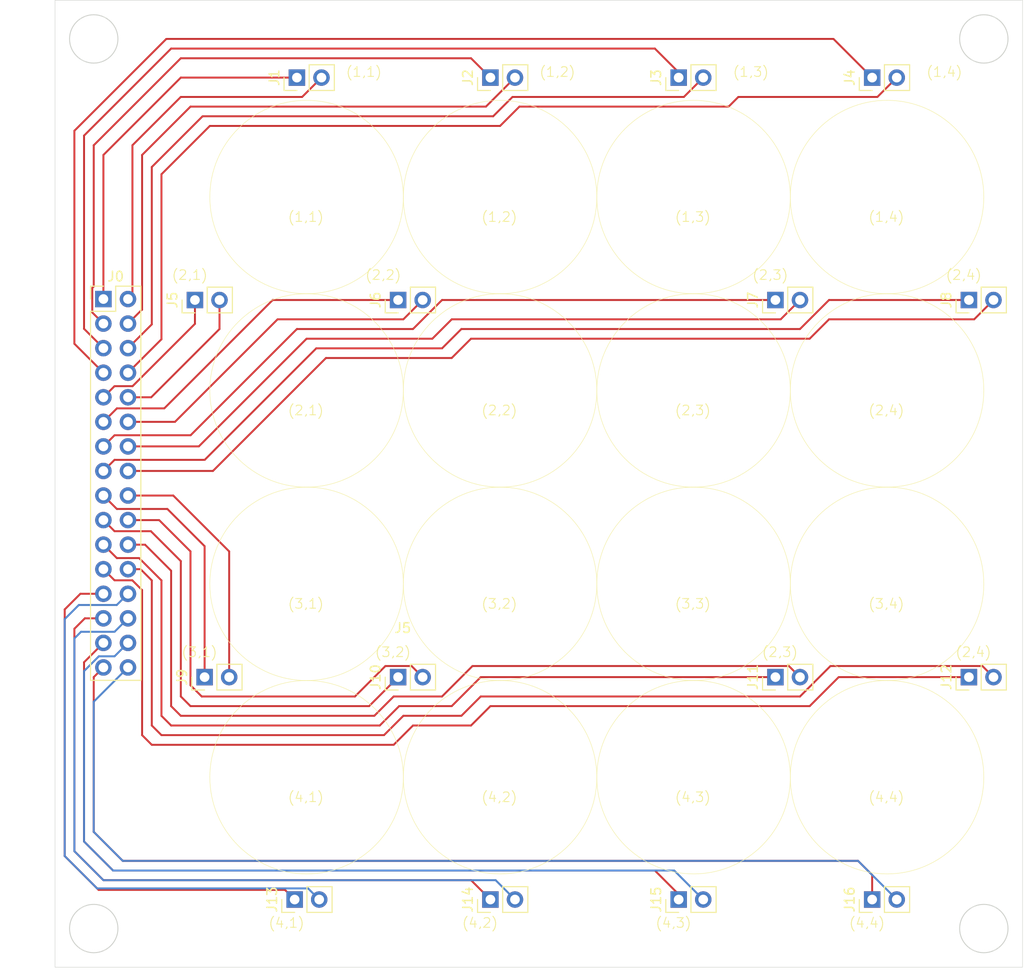
<source format=kicad_pcb>
(kicad_pcb (version 20240108) (generator "pcbnew") (generator_version "8.0")
  (layers (0 "F.Cu" signal) (31 "B.Cu" signal) (34 "B.Paste" user) (35 "F.Paste" user) (36 "B.SilkS" user "B.Silkscreen") (37 "F.SilkS" user "F.Silkscreen") (38 "B.Mask" user) (39 "F.Mask" user) (44 "Edge.Cuts" user))
  (net 0 "")
  (net 1 "Net-(J0-Pin_25)")
  (net 2 "Net-(J0-Pin_19)")
  (net 3 "Net-(J0-Pin_1)")
  (net 4 "Net-(J0-Pin_27)")
  (net 5 "Net-(J0-Pin_31)")
  (net 6 "Net-(J0-Pin_6)")
  (net 7 "Net-(J0-Pin_3)")
  (net 8 "Net-(J0-Pin_12)")
  (net 9 "Net-(J0-Pin_2)")
  (net 10 "Net-(J0-Pin_24)")
  (net 11 "Net-(J0-Pin_18)")
  (net 12 "Net-(J0-Pin_8)")
  (net 13 "Net-(J0-Pin_11)")
  (net 14 "Net-(J0-Pin_26)")
  (net 15 "Net-(J0-Pin_17)")
  (net 16 "Net-(J0-Pin_15)")
  (net 17 "Net-(J0-Pin_10)")
  (net 18 "Net-(J0-Pin_32)")
  (net 19 "Net-(J0-Pin_30)")
  (net 20 "Net-(J0-Pin_20)")
  (net 21 "Net-(J0-Pin_29)")
  (net 22 "Net-(J0-Pin_22)")
  (net 23 "Net-(J0-Pin_23)")
  (net 24 "Net-(J0-Pin_28)")
  (net 25 "Net-(J0-Pin_9)")
  (net 26 "Net-(J0-Pin_5)")
  (net 27 "Net-(J0-Pin_21)")
  (net 28 "Net-(J0-Pin_4)")
  (net 29 "Net-(J0-Pin_16)")
  (net 30 "Net-(J0-Pin_13)")
  (net 31 "Net-(J0-Pin_7)")
  (net 32 "Net-(J0-Pin_14)")
  (footprint "Connector_PinHeader_2.54mm:PinHeader_1x02_P2.54mm_Vertical" (layer "F.Cu") (at 225.46 125 90)
    (property "Reference" "J12" (at 0 -2.33 90) (layer "F.SilkS"))
    (property "Value" "Conn_01x02_Socket")
    (fp_line (start -1.33 -1.33) (end 0 -1.33) (stroke (width 0.12)) (layer "F.SilkS"))
    (fp_line (start -1.33 0) (end -1.33 -1.33) (stroke (width 0.12)) (layer "F.SilkS"))
    (fp_line (start 1.33 1.27) (end 1.33 3.87) (stroke (width 0.12)) (layer "F.SilkS"))
    (fp_line (start -1.33 1.27) (end 1.33 1.27) (stroke (width 0.12)) (layer "F.SilkS"))
    (fp_line (start -1.33 1.27) (end -1.33 3.87) (stroke (width 0.12)) (layer "F.SilkS"))
    (fp_line (start -1.33 3.87) (end 1.33 3.87) (stroke (width 0.12)) (layer "F.SilkS"))
    (pad "1" thru_hole rect (at 0 0 90) (size 1.7 1.7) (drill 1) (layers "*.Cu" "*.Mask") (net 23 "Net-(J0-Pin_23)"))
    (pad "2" thru_hole oval (at 0 2.54 90) (size 1.7 1.7) (drill 1) (layers "*.Cu" "*.Mask") (net 10 "Net-(J0-Pin_24)"))
  )
  (footprint "Connector_PinHeader_2.54mm:PinHeader_1x02_P2.54mm_Vertical" (layer "F.Cu") (at 166.46 86 90)
    (property "Reference" "J6" (at 0 -2.33 90) (layer "F.SilkS"))
    (property "Value" "Conn_01x02_Socket")
    (fp_line (start -1.33 -1.33) (end 0 -1.33) (stroke (width 0.12)) (layer "F.SilkS"))
    (fp_line (start -1.33 0) (end -1.33 -1.33) (stroke (width 0.12)) (layer "F.SilkS"))
    (fp_line (start 1.33 1.27) (end 1.33 3.87) (stroke (width 0.12)) (layer "F.SilkS"))
    (fp_line (start -1.33 1.27) (end 1.33 1.27) (stroke (width 0.12)) (layer "F.SilkS"))
    (fp_line (start -1.33 1.27) (end -1.33 3.87) (stroke (width 0.12)) (layer "F.SilkS"))
    (fp_line (start -1.33 3.87) (end 1.33 3.87) (stroke (width 0.12)) (layer "F.SilkS"))
    (pad "1" thru_hole rect (at 0 0 90) (size 1.7 1.7) (drill 1) (layers "*.Cu" "*.Mask") (net 13 "Net-(J0-Pin_11)"))
    (pad "2" thru_hole oval (at 0 2.54 90) (size 1.7 1.7) (drill 1) (layers "*.Cu" "*.Mask") (net 8 "Net-(J0-Pin_12)"))
  )
  (footprint "Connector_PinHeader_2.54mm:PinHeader_1x02_P2.54mm_Vertical" (layer "F.Cu") (at 145.46 86 90)
    (property "Reference" "J5" (at 0 -2.33 90) (layer "F.SilkS"))
    (property "Value" "Conn_01x02_Socket")
    (fp_line (start -1.33 -1.33) (end 0 -1.33) (stroke (width 0.12)) (layer "F.SilkS"))
    (fp_line (start -1.33 0) (end -1.33 -1.33) (stroke (width 0.12)) (layer "F.SilkS"))
    (fp_line (start 1.33 1.27) (end 1.33 3.87) (stroke (width 0.12)) (layer "F.SilkS"))
    (fp_line (start -1.33 1.27) (end 1.33 1.27) (stroke (width 0.12)) (layer "F.SilkS"))
    (fp_line (start -1.33 1.27) (end -1.33 3.87) (stroke (width 0.12)) (layer "F.SilkS"))
    (fp_line (start -1.33 3.87) (end 1.33 3.87) (stroke (width 0.12)) (layer "F.SilkS"))
    (pad "1" thru_hole rect (at 0 0 90) (size 1.7 1.7) (drill 1) (layers "*.Cu" "*.Mask") (net 25 "Net-(J0-Pin_9)"))
    (pad "2" thru_hole oval (at 0 2.54 90) (size 1.7 1.7) (drill 1) (layers "*.Cu" "*.Mask") (net 17 "Net-(J0-Pin_10)"))
  )
  (footprint "Connector_PinHeader_2.54mm:PinHeader_1x02_P2.54mm_Vertical" (layer "F.Cu") (at 215.46 148 90)
    (property "Reference" "J16" (at 0 -2.33 90) (layer "F.SilkS"))
    (property "Value" "Conn_01x02_Socket")
    (fp_line (start -1.33 -1.33) (end 0 -1.33) (stroke (width 0.12)) (layer "F.SilkS"))
    (fp_line (start -1.33 0) (end -1.33 -1.33) (stroke (width 0.12)) (layer "F.SilkS"))
    (fp_line (start 1.33 1.27) (end 1.33 3.87) (stroke (width 0.12)) (layer "F.SilkS"))
    (fp_line (start -1.33 1.27) (end 1.33 1.27) (stroke (width 0.12)) (layer "F.SilkS"))
    (fp_line (start -1.33 1.27) (end -1.33 3.87) (stroke (width 0.12)) (layer "F.SilkS"))
    (fp_line (start -1.33 3.87) (end 1.33 3.87) (stroke (width 0.12)) (layer "F.SilkS"))
    (pad "1" thru_hole rect (at 0 0 90) (size 1.7 1.7) (drill 1) (layers "*.Cu" "*.Mask") (net 5 "Net-(J0-Pin_31)"))
    (pad "2" thru_hole oval (at 0 2.54 90) (size 1.7 1.7) (drill 1) (layers "*.Cu" "*.Mask") (net 18 "Net-(J0-Pin_32)"))
  )
  (footprint "Connector_PinHeader_2.54mm:PinHeader_1x02_P2.54mm_Vertical" (layer "F.Cu") (at 155.766668 148 90)
    (property "Reference" "J13" (at 0 -2.33 90) (layer "F.SilkS"))
    (property "Value" "Conn_01x02_Socket")
    (fp_line (start -1.33 -1.33) (end 0 -1.33) (stroke (width 0.12)) (layer "F.SilkS"))
    (fp_line (start -1.33 0) (end -1.33 -1.33) (stroke (width 0.12)) (layer "F.SilkS"))
    (fp_line (start 1.33 1.27) (end 1.33 3.87) (stroke (width 0.12)) (layer "F.SilkS"))
    (fp_line (start -1.33 1.27) (end 1.33 1.27) (stroke (width 0.12)) (layer "F.SilkS"))
    (fp_line (start -1.33 1.27) (end -1.33 3.87) (stroke (width 0.12)) (layer "F.SilkS"))
    (fp_line (start -1.33 3.87) (end 1.33 3.87) (stroke (width 0.12)) (layer "F.SilkS"))
    (pad "1" thru_hole rect (at 0 0 90) (size 1.7 1.7) (drill 1) (layers "*.Cu" "*.Mask") (net 1 "Net-(J0-Pin_25)"))
    (pad "2" thru_hole oval (at 0 2.54 90) (size 1.7 1.7) (drill 1) (layers "*.Cu" "*.Mask") (net 14 "Net-(J0-Pin_26)"))
  )
  (footprint "Connector_PinHeader_2.54mm:PinHeader_1x02_P2.54mm_Vertical" (layer "F.Cu") (at 195.46 63 90)
    (property "Reference" "J3" (at 0 -2.33 90) (layer "F.SilkS"))
    (property "Value" "Conn_01x02_Socket")
    (fp_line (start -1.33 -1.33) (end 0 -1.33) (stroke (width 0.12)) (layer "F.SilkS"))
    (fp_line (start -1.33 0) (end -1.33 -1.33) (stroke (width 0.12)) (layer "F.SilkS"))
    (fp_line (start 1.33 1.27) (end 1.33 3.87) (stroke (width 0.12)) (layer "F.SilkS"))
    (fp_line (start -1.33 1.27) (end 1.33 1.27) (stroke (width 0.12)) (layer "F.SilkS"))
    (fp_line (start -1.33 1.27) (end -1.33 3.87) (stroke (width 0.12)) (layer "F.SilkS"))
    (fp_line (start -1.33 3.87) (end 1.33 3.87) (stroke (width 0.12)) (layer "F.SilkS"))
    (pad "1" thru_hole rect (at 0 0 90) (size 1.7 1.7) (drill 1) (layers "*.Cu" "*.Mask") (net 26 "Net-(J0-Pin_5)"))
    (pad "2" thru_hole oval (at 0 2.54 90) (size 1.7 1.7) (drill 1) (layers "*.Cu" "*.Mask") (net 6 "Net-(J0-Pin_6)"))
  )
  (footprint "Connector_PinHeader_2.54mm:PinHeader_1x02_P2.54mm_Vertical" (layer "F.Cu") (at 166.46 125 90)
    (property "Reference" "J10" (at 0 -2.33 90) (layer "F.SilkS"))
    (property "Value" "Conn_01x02_Socket")
    (fp_line (start -1.33 -1.33) (end 0 -1.33) (stroke (width 0.12)) (layer "F.SilkS"))
    (fp_line (start -1.33 0) (end -1.33 -1.33) (stroke (width 0.12)) (layer "F.SilkS"))
    (fp_line (start 1.33 1.27) (end 1.33 3.87) (stroke (width 0.12)) (layer "F.SilkS"))
    (fp_line (start -1.33 1.27) (end 1.33 1.27) (stroke (width 0.12)) (layer "F.SilkS"))
    (fp_line (start -1.33 1.27) (end -1.33 3.87) (stroke (width 0.12)) (layer "F.SilkS"))
    (fp_line (start -1.33 3.87) (end 1.33 3.87) (stroke (width 0.12)) (layer "F.SilkS"))
    (pad "1" thru_hole rect (at 0 0 90) (size 1.7 1.7) (drill 1) (layers "*.Cu" "*.Mask") (net 2 "Net-(J0-Pin_19)"))
    (pad "2" thru_hole oval (at 0 2.54 90) (size 1.7 1.7) (drill 1) (layers "*.Cu" "*.Mask") (net 20 "Net-(J0-Pin_20)"))
  )
  (footprint "Connector_PinHeader_2.54mm:PinHeader_1x02_P2.54mm_Vertical" (layer "F.Cu") (at 156 63 90)
    (property "Reference" "J1" (at 0 -2.33 90) (layer "F.SilkS"))
    (property "Value" "Conn_01x02_Socket")
    (fp_line (start -1.33 -1.33) (end 0 -1.33) (stroke (width 0.12)) (layer "F.SilkS"))
    (fp_line (start -1.33 0) (end -1.33 -1.33) (stroke (width 0.12)) (layer "F.SilkS"))
    (fp_line (start 1.33 1.27) (end 1.33 3.87) (stroke (width 0.12)) (layer "F.SilkS"))
    (fp_line (start -1.33 1.27) (end 1.33 1.27) (stroke (width 0.12)) (layer "F.SilkS"))
    (fp_line (start -1.33 1.27) (end -1.33 3.87) (stroke (width 0.12)) (layer "F.SilkS"))
    (fp_line (start -1.33 3.87) (end 1.33 3.87) (stroke (width 0.12)) (layer "F.SilkS"))
    (pad "1" thru_hole rect (at 0 0 90) (size 1.7 1.7) (drill 1) (layers "*.Cu" "*.Mask") (net 3 "Net-(J0-Pin_1)"))
    (pad "2" thru_hole oval (at 0 2.54 90) (size 1.7 1.7) (drill 1) (layers "*.Cu" "*.Mask") (net 9 "Net-(J0-Pin_2)"))
  )
  (footprint "Connector_PinHeader_2.54mm:PinHeader_1x02_P2.54mm_Vertical" (layer "F.Cu") (at 225.46 86 90)
    (property "Reference" "J8" (at 0 -2.33 90) (layer "F.SilkS"))
    (property "Value" "Conn_01x02_Socket")
    (fp_line (start -1.33 -1.33) (end 0 -1.33) (stroke (width 0.12)) (layer "F.SilkS"))
    (fp_line (start -1.33 0) (end -1.33 -1.33) (stroke (width 0.12)) (layer "F.SilkS"))
    (fp_line (start 1.33 1.27) (end 1.33 3.87) (stroke (width 0.12)) (layer "F.SilkS"))
    (fp_line (start -1.33 1.27) (end 1.33 1.27) (stroke (width 0.12)) (layer "F.SilkS"))
    (fp_line (start -1.33 1.27) (end -1.33 3.87) (stroke (width 0.12)) (layer "F.SilkS"))
    (fp_line (start -1.33 3.87) (end 1.33 3.87) (stroke (width 0.12)) (layer "F.SilkS"))
    (pad "1" thru_hole rect (at 0 0 90) (size 1.7 1.7) (drill 1) (layers "*.Cu" "*.Mask") (net 16 "Net-(J0-Pin_15)"))
    (pad "2" thru_hole oval (at 0 2.54 90) (size 1.7 1.7) (drill 1) (layers "*.Cu" "*.Mask") (net 29 "Net-(J0-Pin_16)"))
  )
  (footprint "Connector_PinHeader_2.54mm:PinHeader_2x16_P2.54mm_Vertical" (layer "F.Cu") (at 136 85.9)
    (property "Reference" "J0" (at 1.27 -2.33 0) (layer "F.SilkS"))
    (property "Value" "Conn_02x16_Counter_Clockwise")
    (fp_line (start -1.33 -1.33) (end 0 -1.33) (stroke (width 0.12)) (layer "F.SilkS"))
    (fp_line (start -1.33 0) (end -1.33 -1.33) (stroke (width 0.12)) (layer "F.SilkS"))
    (fp_line (start -1.33 1.27) (end -1.33 39.43) (stroke (width 0.12)) (layer "F.SilkS"))
    (fp_line (start -1.33 1.27) (end 1.27 1.27) (stroke (width 0.12)) (layer "F.SilkS"))
    (fp_line (start -1.33 39.43) (end 3.87 39.43) (stroke (width 0.12)) (layer "F.SilkS"))
    (fp_line (start 1.27 -1.33) (end 3.87 -1.33) (stroke (width 0.12)) (layer "F.SilkS"))
    (fp_line (start 1.27 1.27) (end 1.27 -1.33) (stroke (width 0.12)) (layer "F.SilkS"))
    (fp_line (start 3.87 -1.33) (end 3.87 39.43) (stroke (width 0.12)) (layer "F.SilkS"))
    (pad "1" thru_hole rect (at 0 0) (size 1.7 1.7) (drill 1) (layers "*.Cu" "*.Mask") (net 3 "Net-(J0-Pin_1)"))
    (pad "2" thru_hole oval (at 2.54 0) (size 1.7 1.7) (drill 1) (layers "*.Cu" "*.Mask") (net 9 "Net-(J0-Pin_2)"))
    (pad "3" thru_hole oval (at 0 2.54) (size 1.7 1.7) (drill 1) (layers "*.Cu" "*.Mask") (net 7 "Net-(J0-Pin_3)"))
    (pad "4" thru_hole oval (at 2.54 2.54) (size 1.7 1.7) (drill 1) (layers "*.Cu" "*.Mask") (net 28 "Net-(J0-Pin_4)"))
    (pad "5" thru_hole oval (at 0 5.08) (size 1.7 1.7) (drill 1) (layers "*.Cu" "*.Mask") (net 26 "Net-(J0-Pin_5)"))
    (pad "6" thru_hole oval (at 2.54 5.08) (size 1.7 1.7) (drill 1) (layers "*.Cu" "*.Mask") (net 6 "Net-(J0-Pin_6)"))
    (pad "7" thru_hole oval (at 0 7.62) (size 1.7 1.7) (drill 1) (layers "*.Cu" "*.Mask") (net 31 "Net-(J0-Pin_7)"))
    (pad "8" thru_hole oval (at 2.54 7.62) (size 1.7 1.7) (drill 1) (layers "*.Cu" "*.Mask") (net 12 "Net-(J0-Pin_8)"))
    (pad "9" thru_hole oval (at 0 10.16) (size 1.7 1.7) (drill 1) (layers "*.Cu" "*.Mask") (net 25 "Net-(J0-Pin_9)"))
    (pad "10" thru_hole oval (at 2.54 10.16) (size 1.7 1.7) (drill 1) (layers "*.Cu" "*.Mask") (net 17 "Net-(J0-Pin_10)"))
    (pad "11" thru_hole oval (at 0 12.7) (size 1.7 1.7) (drill 1) (layers "*.Cu" "*.Mask") (net 13 "Net-(J0-Pin_11)"))
    (pad "12" thru_hole oval (at 2.54 12.7) (size 1.7 1.7) (drill 1) (layers "*.Cu" "*.Mask") (net 8 "Net-(J0-Pin_12)"))
    (pad "13" thru_hole oval (at 0 15.24) (size 1.7 1.7) (drill 1) (layers "*.Cu" "*.Mask") (net 30 "Net-(J0-Pin_13)"))
    (pad "14" thru_hole oval (at 2.54 15.24) (size 1.7 1.7) (drill 1) (layers "*.Cu" "*.Mask") (net 32 "Net-(J0-Pin_14)"))
    (pad "15" thru_hole oval (at 0 17.78) (size 1.7 1.7) (drill 1) (layers "*.Cu" "*.Mask") (net 16 "Net-(J0-Pin_15)"))
    (pad "16" thru_hole oval (at 2.54 17.78) (size 1.7 1.7) (drill 1) (layers "*.Cu" "*.Mask") (net 29 "Net-(J0-Pin_16)"))
    (pad "17" thru_hole oval (at 0 20.32) (size 1.7 1.7) (drill 1) (layers "*.Cu" "*.Mask") (net 15 "Net-(J0-Pin_17)"))
    (pad "18" thru_hole oval (at 2.54 20.32) (size 1.7 1.7) (drill 1) (layers "*.Cu" "*.Mask") (net 11 "Net-(J0-Pin_18)"))
    (pad "19" thru_hole oval (at 0 22.86) (size 1.7 1.7) (drill 1) (layers "*.Cu" "*.Mask") (net 2 "Net-(J0-Pin_19)"))
    (pad "20" thru_hole oval (at 2.54 22.86) (size 1.7 1.7) (drill 1) (layers "*.Cu" "*.Mask") (net 20 "Net-(J0-Pin_20)"))
    (pad "21" thru_hole oval (at 0 25.4) (size 1.7 1.7) (drill 1) (layers "*.Cu" "*.Mask") (net 27 "Net-(J0-Pin_21)"))
    (pad "22" thru_hole oval (at 2.54 25.4) (size 1.7 1.7) (drill 1) (layers "*.Cu" "*.Mask") (net 22 "Net-(J0-Pin_22)"))
    (pad "23" thru_hole oval (at 0 27.94) (size 1.7 1.7) (drill 1) (layers "*.Cu" "*.Mask") (net 23 "Net-(J0-Pin_23)"))
    (pad "24" thru_hole oval (at 2.54 27.94) (size 1.7 1.7) (drill 1) (layers "*.Cu" "*.Mask") (net 10 "Net-(J0-Pin_24)"))
    (pad "25" thru_hole oval (at 0 30.48) (size 1.7 1.7) (drill 1) (layers "*.Cu" "*.Mask") (net 1 "Net-(J0-Pin_25)"))
    (pad "26" thru_hole oval (at 2.54 30.48) (size 1.7 1.7) (drill 1) (layers "*.Cu" "*.Mask") (net 14 "Net-(J0-Pin_26)"))
    (pad "27" thru_hole oval (at 0 33.02) (size 1.7 1.7) (drill 1) (layers "*.Cu" "*.Mask") (net 4 "Net-(J0-Pin_27)"))
    (pad "28" thru_hole oval (at 2.54 33.02) (size 1.7 1.7) (drill 1) (layers "*.Cu" "*.Mask") (net 24 "Net-(J0-Pin_28)"))
    (pad "29" thru_hole oval (at 0 35.56) (size 1.7 1.7) (drill 1) (layers "*.Cu" "*.Mask") (net 21 "Net-(J0-Pin_29)"))
    (pad "30" thru_hole oval (at 2.54 35.56) (size 1.7 1.7) (drill 1) (layers "*.Cu" "*.Mask") (net 19 "Net-(J0-Pin_30)"))
    (pad "31" thru_hole oval (at 0 38.1) (size 1.7 1.7) (drill 1) (layers "*.Cu" "*.Mask") (net 5 "Net-(J0-Pin_31)"))
    (pad "32" thru_hole oval (at 2.54 38.1) (size 1.7 1.7) (drill 1) (layers "*.Cu" "*.Mask") (net 18 "Net-(J0-Pin_32)"))
  )
  (footprint "Connector_PinHeader_2.54mm:PinHeader_1x02_P2.54mm_Vertical" (layer "F.Cu") (at 195.46 148 90)
    (property "Reference" "J15" (at 0 -2.33 90) (layer "F.SilkS"))
    (property "Value" "Conn_01x02_Socket")
    (fp_line (start -1.33 -1.33) (end 0 -1.33) (stroke (width 0.12)) (layer "F.SilkS"))
    (fp_line (start -1.33 0) (end -1.33 -1.33) (stroke (width 0.12)) (layer "F.SilkS"))
    (fp_line (start 1.33 1.27) (end 1.33 3.87) (stroke (width 0.12)) (layer "F.SilkS"))
    (fp_line (start -1.33 1.27) (end 1.33 1.27) (stroke (width 0.12)) (layer "F.SilkS"))
    (fp_line (start -1.33 1.27) (end -1.33 3.87) (stroke (width 0.12)) (layer "F.SilkS"))
    (fp_line (start -1.33 3.87) (end 1.33 3.87) (stroke (width 0.12)) (layer "F.SilkS"))
    (pad "1" thru_hole rect (at 0 0 90) (size 1.7 1.7) (drill 1) (layers "*.Cu" "*.Mask") (net 21 "Net-(J0-Pin_29)"))
    (pad "2" thru_hole oval (at 0 2.54 90) (size 1.7 1.7) (drill 1) (layers "*.Cu" "*.Mask") (net 19 "Net-(J0-Pin_30)"))
  )
  (footprint "Connector_PinHeader_2.54mm:PinHeader_1x02_P2.54mm_Vertical" (layer "F.Cu") (at 205.46 125 90)
    (property "Reference" "J11" (at 0 -2.33 90) (layer "F.SilkS"))
    (property "Value" "Conn_01x02_Socket")
    (fp_line (start -1.33 -1.33) (end 0 -1.33) (stroke (width 0.12)) (layer "F.SilkS"))
    (fp_line (start -1.33 0) (end -1.33 -1.33) (stroke (width 0.12)) (layer "F.SilkS"))
    (fp_line (start 1.33 1.27) (end 1.33 3.87) (stroke (width 0.12)) (layer "F.SilkS"))
    (fp_line (start -1.33 1.27) (end 1.33 1.27) (stroke (width 0.12)) (layer "F.SilkS"))
    (fp_line (start -1.33 1.27) (end -1.33 3.87) (stroke (width 0.12)) (layer "F.SilkS"))
    (fp_line (start -1.33 3.87) (end 1.33 3.87) (stroke (width 0.12)) (layer "F.SilkS"))
    (pad "1" thru_hole rect (at 0 0 90) (size 1.7 1.7) (drill 1) (layers "*.Cu" "*.Mask") (net 27 "Net-(J0-Pin_21)"))
    (pad "2" thru_hole oval (at 0 2.54 90) (size 1.7 1.7) (drill 1) (layers "*.Cu" "*.Mask") (net 22 "Net-(J0-Pin_22)"))
  )
  (footprint "Connector_PinHeader_2.54mm:PinHeader_1x02_P2.54mm_Vertical" (layer "F.Cu") (at 146.46 125 90)
    (property "Reference" "J9" (at 0 -2.33 90) (layer "F.SilkS"))
    (property "Value" "Conn_01x02_Socket")
    (fp_line (start -1.33 -1.33) (end 0 -1.33) (stroke (width 0.12)) (layer "F.SilkS"))
    (fp_line (start -1.33 0) (end -1.33 -1.33) (stroke (width 0.12)) (layer "F.SilkS"))
    (fp_line (start 1.33 1.27) (end 1.33 3.87) (stroke (width 0.12)) (layer "F.SilkS"))
    (fp_line (start -1.33 1.27) (end 1.33 1.27) (stroke (width 0.12)) (layer "F.SilkS"))
    (fp_line (start -1.33 1.27) (end -1.33 3.87) (stroke (width 0.12)) (layer "F.SilkS"))
    (fp_line (start -1.33 3.87) (end 1.33 3.87) (stroke (width 0.12)) (layer "F.SilkS"))
    (pad "1" thru_hole rect (at 0 0 90) (size 1.7 1.7) (drill 1) (layers "*.Cu" "*.Mask") (net 15 "Net-(J0-Pin_17)"))
    (pad "2" thru_hole oval (at 0 2.54 90) (size 1.7 1.7) (drill 1) (layers "*.Cu" "*.Mask") (net 11 "Net-(J0-Pin_18)"))
  )
  (footprint "Connector_PinHeader_2.54mm:PinHeader_1x02_P2.54mm_Vertical" (layer "F.Cu") (at 176 148 90)
    (property "Reference" "J14" (at 0 -2.33 90) (layer "F.SilkS"))
    (property "Value" "Conn_01x02_Socket")
    (fp_line (start -1.33 -1.33) (end 0 -1.33) (stroke (width 0.12)) (layer "F.SilkS"))
    (fp_line (start -1.33 0) (end -1.33 -1.33) (stroke (width 0.12)) (layer "F.SilkS"))
    (fp_line (start 1.33 1.27) (end 1.33 3.87) (stroke (width 0.12)) (layer "F.SilkS"))
    (fp_line (start -1.33 1.27) (end 1.33 1.27) (stroke (width 0.12)) (layer "F.SilkS"))
    (fp_line (start -1.33 1.27) (end -1.33 3.87) (stroke (width 0.12)) (layer "F.SilkS"))
    (fp_line (start -1.33 3.87) (end 1.33 3.87) (stroke (width 0.12)) (layer "F.SilkS"))
    (pad "1" thru_hole rect (at 0 0 90) (size 1.7 1.7) (drill 1) (layers "*.Cu" "*.Mask") (net 4 "Net-(J0-Pin_27)"))
    (pad "2" thru_hole oval (at 0 2.54 90) (size 1.7 1.7) (drill 1) (layers "*.Cu" "*.Mask") (net 24 "Net-(J0-Pin_28)"))
  )
  (footprint "Connector_PinHeader_2.54mm:PinHeader_1x02_P2.54mm_Vertical" (layer "F.Cu") (at 215.46 63 90)
    (property "Reference" "J4" (at 0 -2.33 90) (layer "F.SilkS"))
    (property "Value" "Conn_01x02_Socket")
    (fp_line (start -1.33 -1.33) (end 0 -1.33) (stroke (width 0.12)) (layer "F.SilkS"))
    (fp_line (start -1.33 0) (end -1.33 -1.33) (stroke (width 0.12)) (layer "F.SilkS"))
    (fp_line (start 1.33 1.27) (end 1.33 3.87) (stroke (width 0.12)) (layer "F.SilkS"))
    (fp_line (start -1.33 1.27) (end 1.33 1.27) (stroke (width 0.12)) (layer "F.SilkS"))
    (fp_line (start -1.33 1.27) (end -1.33 3.87) (stroke (width 0.12)) (layer "F.SilkS"))
    (fp_line (start -1.33 3.87) (end 1.33 3.87) (stroke (width 0.12)) (layer "F.SilkS"))
    (pad "1" thru_hole rect (at 0 0 90) (size 1.7 1.7) (drill 1) (layers "*.Cu" "*.Mask") (net 31 "Net-(J0-Pin_7)"))
    (pad "2" thru_hole oval (at 0 2.54 90) (size 1.7 1.7) (drill 1) (layers "*.Cu" "*.Mask") (net 12 "Net-(J0-Pin_8)"))
  )
  (footprint "Connector_PinHeader_2.54mm:PinHeader_1x02_P2.54mm_Vertical" (layer "F.Cu") (at 176 63 90)
    (property "Reference" "J2" (at 0 -2.33 90) (layer "F.SilkS"))
    (property "Value" "Conn_01x02_Socket")
    (fp_line (start -1.33 -1.33) (end 0 -1.33) (stroke (width 0.12)) (layer "F.SilkS"))
    (fp_line (start -1.33 0) (end -1.33 -1.33) (stroke (width 0.12)) (layer "F.SilkS"))
    (fp_line (start 1.33 1.27) (end 1.33 3.87) (stroke (width 0.12)) (layer "F.SilkS"))
    (fp_line (start -1.33 1.27) (end 1.33 1.27) (stroke (width 0.12)) (layer "F.SilkS"))
    (fp_line (start -1.33 1.27) (end -1.33 3.87) (stroke (width 0.12)) (layer "F.SilkS"))
    (fp_line (start -1.33 3.87) (end 1.33 3.87) (stroke (width 0.12)) (layer "F.SilkS"))
    (pad "1" thru_hole rect (at 0 0 90) (size 1.7 1.7) (drill 1) (layers "*.Cu" "*.Mask") (net 7 "Net-(J0-Pin_3)"))
    (pad "2" thru_hole oval (at 0 2.54 90) (size 1.7 1.7) (drill 1) (layers "*.Cu" "*.Mask") (net 28 "Net-(J0-Pin_4)"))
  )
  (footprint "Connector_PinHeader_2.54mm:PinHeader_1x02_P2.54mm_Vertical" (layer "F.Cu") (at 205.46 86 90)
    (property "Reference" "J7" (at 0 -2.33 90) (layer "F.SilkS"))
    (property "Value" "Conn_01x02_Socket")
    (fp_line (start -1.33 -1.33) (end 0 -1.33) (stroke (width 0.12)) (layer "F.SilkS"))
    (fp_line (start -1.33 0) (end -1.33 -1.33) (stroke (width 0.12)) (layer "F.SilkS"))
    (fp_line (start 1.33 1.27) (end 1.33 3.87) (stroke (width 0.12)) (layer "F.SilkS"))
    (fp_line (start -1.33 1.27) (end 1.33 1.27) (stroke (width 0.12)) (layer "F.SilkS"))
    (fp_line (start -1.33 1.27) (end -1.33 3.87) (stroke (width 0.12)) (layer "F.SilkS"))
    (fp_line (start -1.33 3.87) (end 1.33 3.87) (stroke (width 0.12)) (layer "F.SilkS"))
    (pad "1" thru_hole rect (at 0 0 90) (size 1.7 1.7) (drill 1) (layers "*.Cu" "*.Mask") (net 30 "Net-(J0-Pin_13)"))
    (pad "2" thru_hole oval (at 0 2.54 90) (size 1.7 1.7) (drill 1) (layers "*.Cu" "*.Mask") (net 32 "Net-(J0-Pin_14)"))
  )
  (gr_circle (center 197 115.35) (end 207 115.35) (stroke (width 0.05)) (fill none) (layer "F.SilkS"))
  (gr_circle (center 157 95.35) (end 167 95.35) (stroke (width 0.05)) (fill none) (layer "F.SilkS"))
  (gr_circle (center 197 95.35) (end 207 95.35) (stroke (width 0.05)) (fill none) (layer "F.SilkS"))
  (gr_circle (center 177 95.35) (end 187 95.35) (stroke (width 0.05)) (fill none) (layer "F.SilkS"))
  (gr_circle (center 217 75.35) (end 227 75.35) (stroke (width 0.05)) (fill none) (layer "F.SilkS"))
  (gr_circle (center 197 75.35) (end 207 75.35) (stroke (width 0.05)) (fill none) (layer "F.SilkS"))
  (gr_circle (center 197 135.35) (end 207 135.35) (stroke (width 0.05)) (fill none) (layer "F.SilkS"))
  (gr_circle (center 157 75.35) (end 167 75.35) (stroke (width 0.05)) (fill none) (layer "F.SilkS"))
  (gr_circle (center 217 135.35) (end 227 135.35) (stroke (width 0.05)) (fill none) (layer "F.SilkS"))
  (gr_circle (center 177 115.35) (end 187 115.35) (stroke (width 0.05)) (fill none) (layer "F.SilkS"))
  (gr_circle (center 157 115.35) (end 167 115.35) (stroke (width 0.05)) (fill none) (layer "F.SilkS"))
  (gr_circle (center 217 115.35) (end 227 115.35) (stroke (width 0.05)) (fill none) (layer "F.SilkS"))
  (gr_circle (center 217 95.35) (end 227 95.35) (stroke (width 0.05)) (fill none) (layer "F.SilkS"))
  (gr_circle (center 177 75.35) (end 187 75.35) (stroke (width 0.05)) (fill none) (layer "F.SilkS"))
  (gr_circle (center 177 135.35) (end 187 135.35) (stroke (width 0.05)) (fill none) (layer "F.SilkS"))
  (gr_circle (center 157 135.35) (end 167 135.35) (stroke (width 0.05)) (fill none) (layer "F.SilkS"))
  (gr_circle (center 135 151) (end 137.5 151) (stroke (width 0.1)) (fill none) (layer "Edge.Cuts"))
  (gr_circle (center 227 59) (end 229.5 59) (stroke (width 0.1)) (fill none) (layer "Edge.Cuts"))
  (gr_circle (center 227 151) (end 229.5 151) (stroke (width 0.1)) (fill none) (layer "Edge.Cuts"))
  (gr_rect (start 131 55) (end 231 155) (stroke (width 0.05)) (fill none) (layer "Edge.Cuts"))
  (gr_circle (center 135 59) (end 137.5 59) (stroke (width 0.1)) (fill none) (layer "Edge.Cuts"))
  (gr_text "(4,1)" (at 153 151 0) (layer "F.SilkS") (effects (font (size 1 1) (thickness 0.1)) (justify left bottom)))
  (gr_text "(1,1)" (at 161 63 0) (layer "F.SilkS") (effects (font (size 1 1) (thickness 0.1)) (justify left bottom)))
  (gr_text "(2,4)" (at 224 123 0) (layer "F.SilkS") (effects (font (size 1 1) (thickness 0.1)) (justify left bottom)))
  (gr_text "(1,3)" (at 195 78 0) (layer "F.SilkS") (effects (font (size 1 1) (thickness 0.1)) (justify left bottom)))
  (gr_text "(1,2)" (at 181 63 0) (layer "F.SilkS") (effects (font (size 1 1) (thickness 0.1)) (justify left bottom)))
  (gr_text "(3,1)" (at 144 123 0) (layer "F.SilkS") (effects (font (size 1 1) (thickness 0.1)) (justify left bottom)))
  (gr_text "(4,4)" (at 213 151 0) (layer "F.SilkS") (effects (font (size 1 1) (thickness 0.1)) (justify left bottom)))
  (gr_text "(2,1)" (at 143 84 0) (layer "F.SilkS") (effects (font (size 1 1) (thickness 0.1)) (justify left bottom)))
  (gr_text "(2,3)" (at 195 98 0) (layer "F.SilkS") (effects (font (size 1 1) (thickness 0.1)) (justify left bottom)))
  (gr_text "(2,1)" (at 155 98 0) (layer "F.SilkS") (effects (font (size 1 1) (thickness 0.1)) (justify left bottom)))
  (gr_text "(2,2)" (at 163 84 0) (layer "F.SilkS") (effects (font (size 1 1) (thickness 0.1)) (justify left bottom)))
  (gr_text "J5" (at 166.95 119.92 0) (layer "F.SilkS") (effects (font (size 1 1))))
  (gr_text "(3,2)" (at 175 118 0) (layer "F.SilkS") (effects (font (size 1 1) (thickness 0.1)) (justify left bottom)))
  (gr_text "(3,3)" (at 195 118 0) (layer "F.SilkS") (effects (font (size 1 1) (thickness 0.1)) (justify left bottom)))
  (gr_text "(2,2)" (at 175 98 0) (layer "F.SilkS") (effects (font (size 1 1) (thickness 0.1)) (justify left bottom)))
  (gr_text "(1,3)" (at 201 63 0) (layer "F.SilkS") (effects (font (size 1 1) (thickness 0.1)) (justify left bottom)))
  (gr_text "(4,2)" (at 173 151 0) (layer "F.SilkS") (effects (font (size 1 1) (thickness 0.1)) (justify left bottom)))
  (gr_text "(3,1)" (at 155 118 0) (layer "F.SilkS") (effects (font (size 1 1) (thickness 0.1)) (justify left bottom)))
  (gr_text "(1,4)" (at 221 63 0) (layer "F.SilkS") (effects (font (size 1 1) (thickness 0.1)) (justify left bottom)))
  (gr_text "(4,1)" (at 155 138 0) (layer "F.SilkS") (effects (font (size 1 1) (thickness 0.1)) (justify left bottom)))
  (gr_text "(1,1)" (at 155 78 0) (layer "F.SilkS") (effects (font (size 1 1) (thickness 0.1)) (justify left bottom)))
  (gr_text "(2,3)" (at 204 123 0) (layer "F.SilkS") (effects (font (size 1 1) (thickness 0.1)) (justify left bottom)))
  (gr_text "(1,4)" (at 215 78 0) (layer "F.SilkS") (effects (font (size 1 1) (thickness 0.1)) (justify left bottom)))
  (gr_text "(3,4)" (at 215 118 0) (layer "F.SilkS") (effects (font (size 1 1) (thickness 0.1)) (justify left bottom)))
  (gr_text "(3,2)" (at 164 123 0) (layer "F.SilkS") (effects (font (size 1 1) (thickness 0.1)) (justify left bottom)))
  (gr_text "(4,3)" (at 193 151 0) (layer "F.SilkS") (effects (font (size 1 1) (thickness 0.1)) (justify left bottom)))
  (gr_text "(2,3)" (at 203 84 0) (layer "F.SilkS") (effects (font (size 1 1) (thickness 0.1)) (justify left bottom)))
  (gr_text "(2,4)" (at 215 98 0) (layer "F.SilkS") (effects (font (size 1 1) (thickness 0.1)) (justify left bottom)))
  (gr_text "(1,2)" (at 175 78 0) (layer "F.SilkS") (effects (font (size 1 1) (thickness 0.1)) (justify left bottom)))
  (gr_text "(4,3)" (at 195 138 0) (layer "F.SilkS") (effects (font (size 1 1) (thickness 0.1)) (justify left bottom)))
  (gr_text "(2,4)" (at 223 84 0) (layer "F.SilkS") (effects (font (size 1 1) (thickness 0.1)) (justify left bottom)))
  (gr_text "(4,2)" (at 175 138 0) (layer "F.SilkS") (effects (font (size 1 1) (thickness 0.1)) (justify left bottom)))
  (gr_text "(4,4)" (at 215 138 0) (layer "F.SilkS") (effects (font (size 1 1) (thickness 0.1)) (justify left bottom)))
  (segment (start 133.62 116.38) (end 136 116.38) (width 0.2) (layer "F.Cu") (net 1))
  (segment (start 154.766668 147) (end 135.5 147) (width 0.2) (layer "F.Cu") (net 1))
  (segment (start 132 143.5) (end 132 118) (width 0.2) (layer "F.Cu") (net 1))
  (segment (start 155.766668 148) (end 154.766668 147) (width 0.2) (layer "F.Cu") (net 1))
  (segment (start 135.5 147) (end 132 143.5) (width 0.2) (layer "F.Cu") (net 1))
  (segment (start 132 118) (end 133.62 116.38) (width 0.2) (layer "F.Cu") (net 1))
  (segment (start 140.91 109.91) (end 137.15 109.91) (width 0.2) (layer "F.Cu") (net 2))
  (segment (start 163.46 128) (end 145 128) (width 0.2) (layer "F.Cu") (net 2))
  (segment (start 144 127) (end 144 113) (width 0.2) (layer "F.Cu") (net 2))
  (segment (start 166.46 125) (end 163.46 128) (width 0.2) (layer "F.Cu") (net 2))
  (segment (start 137.15 109.91) (end 136 108.76) (width 0.2) (layer "F.Cu") (net 2))
  (segment (start 144 113) (end 140.91 109.91) (width 0.2) (layer "F.Cu") (net 2))
  (segment (start 145 128) (end 144 127) (width 0.2) (layer "F.Cu") (net 2))
  (segment (start 144 63) (end 136 71) (width 0.2) (layer "F.Cu") (net 3))
  (segment (start 156 63) (end 144 63) (width 0.2) (layer "F.Cu") (net 3))
  (segment (start 136 71) (end 136 85.9) (width 0.2) (layer "F.Cu") (net 3))
  (segment (start 133 143) (end 133 120) (width 0.2) (layer "F.Cu") (net 4))
  (segment (start 174 146) (end 136 146) (width 0.2) (layer "F.Cu") (net 4))
  (segment (start 133 120) (end 134.08 118.92) (width 0.2) (layer "F.Cu") (net 4))
  (segment (start 134.08 118.92) (end 136 118.92) (width 0.2) (layer "F.Cu") (net 4))
  (segment (start 176 148) (end 174 146) (width 0.2) (layer "F.Cu") (net 4))
  (segment (start 136 146) (end 133 143) (width 0.2) (layer "F.Cu") (net 4))
  (segment (start 214 144) (end 138 144) (width 0.2) (layer "F.Cu") (net 5))
  (segment (start 215.46 145.46) (end 214 144) (width 0.2) (layer "F.Cu") (net 5))
  (segment (start 215.46 148) (end 215.46 145.46) (width 0.2) (layer "F.Cu") (net 5))
  (segment (start 135 141) (end 135 125) (width 0.2) (layer "F.Cu") (net 5))
  (segment (start 135 125) (end 136 124) (width 0.2) (layer "F.Cu") (net 5))
  (segment (start 138 144) (end 135 141) (width 0.2) (layer "F.Cu") (net 5))
  (segment (start 146.25 67) (end 141 72.25) (width 0.2) (layer "F.Cu") (net 6))
  (segment (start 176.285254 67) (end 146.25 67) (width 0.2) (layer "F.Cu") (net 6))
  (segment (start 198 63) (end 196 65) (width 0.2) (layer "F.Cu") (net 6))
  (segment (start 178.285254 65) (end 176.285254 67) (width 0.2) (layer "F.Cu") (net 6))
  (segment (start 196 65) (end 178.285254 65) (width 0.2) (layer "F.Cu") (net 6))
  (segment (start 141 72.25) (end 141 88.52) (width 0.2) (layer "F.Cu") (net 6))
  (segment (start 141 88.52) (end 138.54 90.98) (width 0.2) (layer "F.Cu") (net 6))
  (segment (start 176 63) (end 174 61) (width 0.2) (layer "F.Cu") (net 7))
  (segment (start 144 61) (end 135 70) (width 0.2) (layer "F.Cu") (net 7))
  (segment (start 135 70) (end 135 84.6) (width 0.2) (layer "F.Cu") (net 7))
  (segment (start 174 61) (end 144 61) (width 0.2) (layer "F.Cu") (net 7))
  (segment (start 134.85 87.29) (end 136 88.44) (width 0.2) (layer "F.Cu") (net 7))
  (segment (start 135 84.6) (end 134.85 84.75) (width 0.2) (layer "F.Cu") (net 7))
  (segment (start 134.85 84.75) (end 134.85 87.29) (width 0.2) (layer "F.Cu") (net 7))
  (segment (start 154 88) (end 143.4 98.6) (width 0.2) (layer "F.Cu") (net 8))
  (segment (start 143.4 98.6) (end 138.54 98.6) (width 0.2) (layer "F.Cu") (net 8))
  (segment (start 167 88) (end 154 88) (width 0.2) (layer "F.Cu") (net 8))
  (segment (start 169 86) (end 167 88) (width 0.2) (layer "F.Cu") (net 8))
  (segment (start 139 70) (end 139 85.44) (width 0.2) (layer "F.Cu") (net 9))
  (segment (start 156.54 65) (end 144 65) (width 0.2) (layer "F.Cu") (net 9))
  (segment (start 144 65) (end 139 70) (width 0.2) (layer "F.Cu") (net 9))
  (segment (start 158.54 63) (end 156.54 65) (width 0.2) (layer "F.Cu") (net 9))
  (segment (start 139 85.44) (end 138.54 85.9) (width 0.2) (layer "F.Cu") (net 9))
  (segment (start 173 129) (end 167 129) (width 0.2) (layer "F.Cu") (net 10))
  (segment (start 142 131) (end 141 130) (width 0.2) (layer "F.Cu") (net 10))
  (segment (start 228 125) (end 226.85 123.85) (width 0.2) (layer "F.Cu") (net 10))
  (segment (start 165 131) (end 142 131) (width 0.2) (layer "F.Cu") (net 10))
  (segment (start 167 129) (end 165 131) (width 0.2) (layer "F.Cu") (net 10))
  (segment (start 141 115) (end 139.84 113.84) (width 0.2) (layer "F.Cu") (net 10))
  (segment (start 208 127) (end 175 127) (width 0.2) (layer "F.Cu") (net 10))
  (segment (start 175 127) (end 173 129) (width 0.2) (layer "F.Cu") (net 10))
  (segment (start 211.15 123.85) (end 208 127) (width 0.2) (layer "F.Cu") (net 10))
  (segment (start 141 130) (end 141 115) (width 0.2) (layer "F.Cu") (net 10))
  (segment (start 139.84 113.84) (end 138.54 113.84) (width 0.2) (layer "F.Cu") (net 10))
  (segment (start 226.85 123.85) (end 211.15 123.85) (width 0.2) (layer "F.Cu") (net 10))
  (segment (start 149 112) (end 143.22 106.22) (width 0.2) (layer "F.Cu") (net 11))
  (segment (start 143.22 106.22) (end 138.54 106.22) (width 0.2) (layer "F.Cu") (net 11))
  (segment (start 149 125) (end 149 112) (width 0.2) (layer "F.Cu") (net 11))
  (segment (start 142 73) (end 142 90.06) (width 0.2) (layer "F.Cu") (net 12))
  (segment (start 179 66) (end 177 68) (width 0.2) (layer "F.Cu") (net 12))
  (segment (start 216 65) (end 201.626346 65) (width 0.2) (layer "F.Cu") (net 12))
  (segment (start 147 68) (end 142 73) (width 0.2) (layer "F.Cu") (net 12))
  (segment (start 200.626346 66) (end 179 66) (width 0.2) (layer "F.Cu") (net 12))
  (segment (start 177 68) (end 147 68) (width 0.2) (layer "F.Cu") (net 12))
  (segment (start 142 90.06) (end 138.54 93.52) (width 0.2) (layer "F.Cu") (net 12))
  (segment (start 201.626346 65) (end 200.626346 66) (width 0.2) (layer "F.Cu") (net 12))
  (segment (start 218 63) (end 216 65) (width 0.2) (layer "F.Cu") (net 12))
  (segment (start 166.46 86) (end 153.5 86) (width 0.2) (layer "F.Cu") (net 13))
  (segment (start 153.5 86) (end 142.29 97.21) (width 0.2) (layer "F.Cu") (net 13))
  (segment (start 137.39 97.21) (end 136 98.6) (width 0.2) (layer "F.Cu") (net 13))
  (segment (start 142.29 97.21) (end 137.39 97.21) (width 0.2) (layer "F.Cu") (net 13))
  (segment (start 135.35 146.85) (end 132 143.5) (width 0.2) (layer "B.Cu") (net 14))
  (segment (start 132 143.5) (end 132 119) (width 0.2) (layer "B.Cu") (net 14))
  (segment (start 158.306668 148) (end 157.156668 146.85) (width 0.2) (layer "B.Cu") (net 14))
  (segment (start 133.46 117.54) (end 137.38 117.54) (width 0.2) (layer "B.Cu") (net 14))
  (segment (start 157.156668 146.85) (end 135.35 146.85) (width 0.2) (layer "B.Cu") (net 14))
  (segment (start 137.38 117.54) (end 138.54 116.38) (width 0.2) (layer "B.Cu") (net 14))
  (segment (start 132 119) (end 133.46 117.54) (width 0.2) (layer "B.Cu") (net 14))
  (segment (start 142.61 107.61) (end 137.39 107.61) (width 0.2) (layer "F.Cu") (net 15))
  (segment (start 146.46 125) (end 146.46 111.46) (width 0.2) (layer "F.Cu") (net 15))
  (segment (start 146.46 111.46) (end 142.61 107.61) (width 0.2) (layer "F.Cu") (net 15))
  (segment (start 137.39 107.61) (end 136 106.22) (width 0.2) (layer "F.Cu") (net 15))
  (segment (start 211 86) (end 208 89) (width 0.2) (layer "F.Cu") (net 16))
  (segment (start 146.47 102.53) (end 137.15 102.53) (width 0.2) (layer "F.Cu") (net 16))
  (segment (start 158 91) (end 146.47 102.53) (width 0.2) (layer "F.Cu") (net 16))
  (segment (start 173 89) (end 171 91) (width 0.2) (layer "F.Cu") (net 16))
  (segment (start 208 89) (end 173 89) (width 0.2) (layer "F.Cu") (net 16))
  (segment (start 137.15 102.53) (end 136 103.68) (width 0.2) (layer "F.Cu") (net 16))
  (segment (start 171 91) (end 158 91) (width 0.2) (layer "F.Cu") (net 16))
  (segment (start 225.46 86) (end 211 86) (width 0.2) (layer "F.Cu") (net 16))
  (segment (start 140.94 96.06) (end 138.54 96.06) (width 0.2) (layer "F.Cu") (net 17))
  (segment (start 148 86) (end 148 89) (width 0.2) (layer "F.Cu") (net 17))
  (segment (start 148 89) (end 140.94 96.06) (width 0.2) (layer "F.Cu") (net 17))
  (segment (start 135 141) (end 135 127.54) (width 0.2) (layer "B.Cu") (net 18))
  (segment (start 218 148) (end 214 144) (width 0.2) (layer "B.Cu") (net 18))
  (segment (start 138 144) (end 135 141) (width 0.2) (layer "B.Cu") (net 18))
  (segment (start 214 144) (end 138 144) (width 0.2) (layer "B.Cu") (net 18))
  (segment (start 135 127.54) (end 138.54 124) (width 0.2) (layer "B.Cu") (net 18))
  (segment (start 134 124.373654) (end 135.523654 122.85) (width 0.2) (layer "B.Cu") (net 19))
  (segment (start 137 145) (end 134 142) (width 0.2) (layer "B.Cu") (net 19))
  (segment (start 198 148) (end 195 145) (width 0.2) (layer "B.Cu") (net 19))
  (segment (start 135.523654 122.85) (end 137.15 122.85) (width 0.2) (layer "B.Cu") (net 19))
  (segment (start 134 142) (end 134 124.373654) (width 0.2) (layer "B.Cu") (net 19))
  (segment (start 195 145) (end 137 145) (width 0.2) (layer "B.Cu") (net 19))
  (segment (start 137.15 122.85) (end 138.54 121.46) (width 0.2) (layer "B.Cu") (net 19))
  (segment (start 169 125) (end 167.85 123.85) (width 0.2) (layer "F.Cu") (net 20))
  (segment (start 145 125.84) (end 145 112) (width 0.2) (layer "F.Cu") (net 20))
  (segment (start 165.15 123.85) (end 162 127) (width 0.2) (layer "F.Cu") (net 20))
  (segment (start 145 112) (end 141.76 108.76) (width 0.2) (layer "F.Cu") (net 20))
  (segment (start 146.16 127) (end 145 125.84) (width 0.2) (layer "F.Cu") (net 20))
  (segment (start 162 127) (end 146.16 127) (width 0.2) (layer "F.Cu") (net 20))
  (segment (start 167.85 123.85) (end 165.15 123.85) (width 0.2) (layer "F.Cu") (net 20))
  (segment (start 141.76 108.76) (end 138.54 108.76) (width 0.2) (layer "F.Cu") (net 20))
  (segment (start 137 145) (end 134 142) (width 0.2) (layer "F.Cu") (net 21))
  (segment (start 134 142) (end 134 123.46) (width 0.2) (layer "F.Cu") (net 21))
  (segment (start 193 145) (end 137 145) (width 0.2) (layer "F.Cu") (net 21))
  (segment (start 195.46 147.46) (end 193 145) (width 0.2) (layer "F.Cu") (net 21))
  (segment (start 195.46 148) (end 195.46 147.46) (width 0.2) (layer "F.Cu") (net 21))
  (segment (start 134 123.46) (end 136 121.46) (width 0.2) (layer "F.Cu") (net 21))
  (segment (start 171 127) (end 166 127) (width 0.2) (layer "F.Cu") (net 22))
  (segment (start 144 129) (end 143 128) (width 0.2) (layer "F.Cu") (net 22))
  (segment (start 140.3 111.3) (end 138.54 111.3) (width 0.2) (layer "F.Cu") (net 22))
  (segment (start 174.15 123.85) (end 171 127) (width 0.2) (layer "F.Cu") (net 22))
  (segment (start 143 114) (end 140.3 111.3) (width 0.2) (layer "F.Cu") (net 22))
  (segment (start 166 127) (end 164 129) (width 0.2) (layer "F.Cu") (net 22))
  (segment (start 208 125) (end 206.85 123.85) (width 0.2) (layer "F.Cu") (net 22))
  (segment (start 206.85 123.85) (end 174.15 123.85) (width 0.2) (layer "F.Cu") (net 22))
  (segment (start 143 128) (end 143 114) (width 0.2) (layer "F.Cu") (net 22))
  (segment (start 164 129) (end 144 129) (width 0.2) (layer "F.Cu") (net 22))
  (segment (start 225.46 125) (end 212 125) (width 0.2) (layer "F.Cu") (net 23))
  (segment (start 209 128) (end 176 128) (width 0.2) (layer "F.Cu") (net 23))
  (segment (start 212 125) (end 209 128) (width 0.2) (layer "F.Cu") (net 23))
  (segment (start 176 128) (end 174 130) (width 0.2) (layer "F.Cu") (net 23))
  (segment (start 140 131) (end 140 116) (width 0.2) (layer "F.Cu") (net 23))
  (segment (start 168 130) (end 166 132) (width 0.2) (layer "F.Cu") (net 23))
  (segment (start 137.15 114.99) (end 136 113.84) (width 0.2) (layer "F.Cu") (net 23))
  (segment (start 140 116) (end 138.99 114.99) (width 0.2) (layer "F.Cu") (net 23))
  (segment (start 174 130) (end 168 130) (width 0.2) (layer "F.Cu") (net 23))
  (segment (start 166 132) (end 141 132) (width 0.2) (layer "F.Cu") (net 23))
  (segment (start 138.99 114.99) (end 137.15 114.99) (width 0.2) (layer "F.Cu") (net 23))
  (segment (start 141 132) (end 140 131) (width 0.2) (layer "F.Cu") (net 23))
  (segment (start 137.15 120.31) (end 138.54 118.92) (width 0.2) (layer "B.Cu") (net 24))
  (segment (start 176.54 146) (end 136 146) (width 0.2) (layer "B.Cu") (net 24))
  (segment (start 133.69 120.31) (end 137.15 120.31) (width 0.2) (layer "B.Cu") (net 24))
  (segment (start 178.54 148) (end 176.54 146) (width 0.2) (layer "B.Cu") (net 24))
  (segment (start 136 146) (end 133 143) (width 0.2) (layer "B.Cu") (net 24))
  (segment (start 133 121) (end 133.69 120.31) (width 0.2) (layer "B.Cu") (net 24))
  (segment (start 133 143) (end 133 121) (width 0.2) (layer "B.Cu") (net 24))
  (segment (start 145.46 86) (end 145.46 88.466346) (width 0.2) (layer "F.Cu") (net 25))
  (segment (start 139.016346 94.91) (end 137.15 94.91) (width 0.2) (layer "F.Cu") (net 25))
  (segment (start 137.15 94.91) (end 136 96.06) (width 0.2) (layer "F.Cu") (net 25))
  (segment (start 145.46 88.466346) (end 139.016346 94.91) (width 0.2) (layer "F.Cu") (net 25))
  (segment (start 193 60) (end 143 60) (width 0.2) (layer "F.Cu") (net 26))
  (segment (start 134 88.98) (end 136 90.98) (width 0.2) (layer "F.Cu") (net 26))
  (segment (start 143 60) (end 134 69) (width 0.2) (layer "F.Cu") (net 26))
  (segment (start 134 69) (end 134 88.98) (width 0.2) (layer "F.Cu") (net 26))
  (segment (start 195.46 62.46) (end 193 60) (width 0.2) (layer "F.Cu") (net 26))
  (segment (start 195.46 63) (end 195.46 62.46) (width 0.2) (layer "F.Cu") (net 26))
  (segment (start 142 115) (end 139.69 112.69) (width 0.2) (layer "F.Cu") (net 27))
  (segment (start 142 129) (end 142 115) (width 0.2) (layer "F.Cu") (net 27))
  (segment (start 139.69 112.69) (end 137.39 112.69) (width 0.2) (layer "F.Cu") (net 27))
  (segment (start 172 128) (end 166.565686 128) (width 0.2) (layer "F.Cu") (net 27))
  (segment (start 143 130) (end 142 129) (width 0.2) (layer "F.Cu") (net 27))
  (segment (start 166.565686 128) (end 164.565686 130) (width 0.2) (layer "F.Cu") (net 27))
  (segment (start 164.565686 130) (end 143 130) (width 0.2) (layer "F.Cu") (net 27))
  (segment (start 175 125) (end 172 128) (width 0.2) (layer "F.Cu") (net 27))
  (segment (start 137.39 112.69) (end 136 111.3) (width 0.2) (layer "F.Cu") (net 27))
  (segment (start 205.46 125) (end 175 125) (width 0.2) (layer "F.Cu") (net 27))
  (segment (start 140 87) (end 139.98 87) (width 0.2) (layer "F.Cu") (net 28))
  (segment (start 178.54 63) (end 175.54 66) (width 0.2) (layer "F.Cu") (net 28))
  (segment (start 139.98 87) (end 138.54 88.44) (width 0.2) (layer "F.Cu") (net 28))
  (segment (start 145 66) (end 140 71) (width 0.2) (layer "F.Cu") (net 28))
  (segment (start 140 71) (end 140 87) (width 0.2) (layer "F.Cu") (net 28))
  (segment (start 175.54 66) (end 145 66) (width 0.2) (layer "F.Cu") (net 28))
  (segment (start 159 92) (end 147.32 103.68) (width 0.2) (layer "F.Cu") (net 29))
  (segment (start 172 92) (end 159 92) (width 0.2) (layer "F.Cu") (net 29))
  (segment (start 226 88) (end 211 88) (width 0.2) (layer "F.Cu") (net 29))
  (segment (start 228 86) (end 226 88) (width 0.2) (layer "F.Cu") (net 29))
  (segment (start 211 88) (end 209 90) (width 0.2) (layer "F.Cu") (net 29))
  (segment (start 209 90) (end 174 90) (width 0.2) (layer "F.Cu") (net 29))
  (segment (start 174 90) (end 172 92) (width 0.2) (layer "F.Cu") (net 29))
  (segment (start 147.32 103.68) (end 138.54 103.68) (width 0.2) (layer "F.Cu") (net 29))
  (segment (start 205.46 86) (end 171 86) (width 0.2) (layer "F.Cu") (net 30))
  (segment (start 137.15 99.99) (end 136 101.14) (width 0.2) (layer "F.Cu") (net 30))
  (segment (start 156 89) (end 145.01 99.99) (width 0.2) (layer "F.Cu") (net 30))
  (segment (start 145.01 99.99) (end 137.15 99.99) (width 0.2) (layer "F.Cu") (net 30))
  (segment (start 168 89) (end 156 89) (width 0.2) (layer "F.Cu") (net 30))
  (segment (start 171 86) (end 168 89) (width 0.2) (layer "F.Cu") (net 30))
  (segment (start 211.46 59) (end 142.5 59) (width 0.2) (layer "F.Cu") (net 31))
  (segment (start 133 68.5) (end 133 90.52) (width 0.2) (layer "F.Cu") (net 31))
  (segment (start 133 90.52) (end 136 93.52) (width 0.2) (layer "F.Cu") (net 31))
  (segment (start 215.46 63) (end 211.46 59) (width 0.2) (layer "F.Cu") (net 31))
  (segment (start 142.5 59) (end 133 68.5) (width 0.2) (layer "F.Cu") (net 31))
  (segment (start 157 90) (end 145.86 101.14) (width 0.2) (layer "F.Cu") (net 32))
  (segment (start 206 88) (end 172 88) (width 0.2) (layer "F.Cu") (net 32))
  (segment (start 145.86 101.14) (end 138.54 101.14) (width 0.2) (layer "F.Cu") (net 32))
  (segment (start 172 88) (end 170 90) (width 0.2) (layer "F.Cu") (net 32))
  (segment (start 208 86) (end 206 88) (width 0.2) (layer "F.Cu") (net 32))
  (segment (start 170 90) (end 157 90) (width 0.2) (layer "F.Cu") (net 32))
)
</source>
